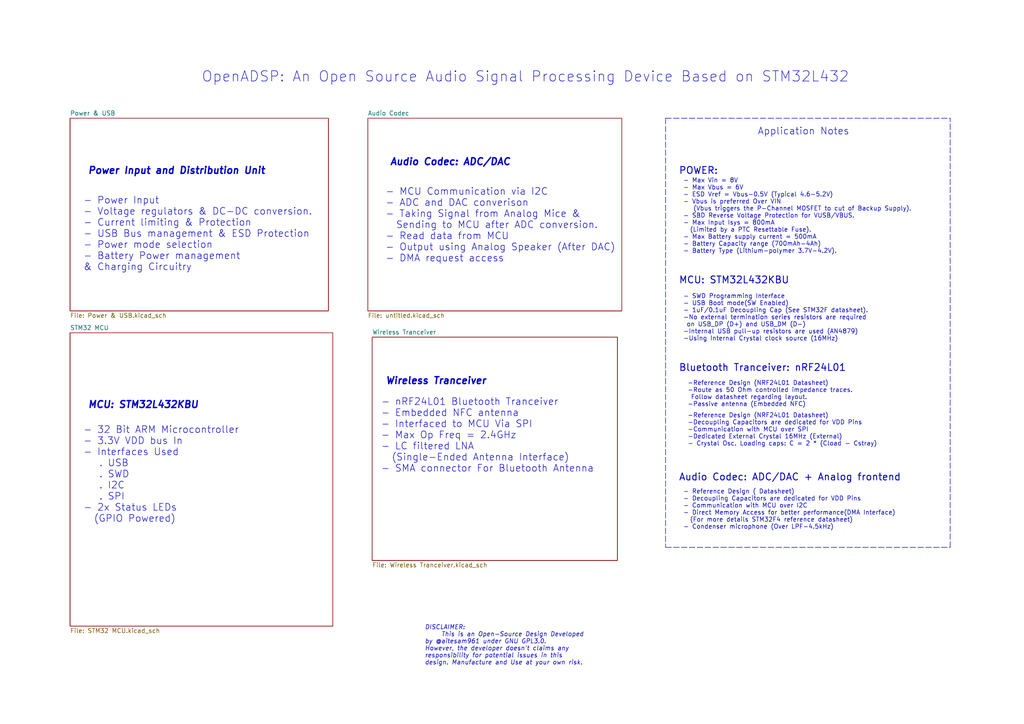
<source format=kicad_sch>
(kicad_sch (version 20211123) (generator eeschema)

  (uuid e63e39d7-6ac0-4ffd-8aa3-1841a4541b55)

  (paper "A4")

  (title_block
    (title "STM32 Audio Processing Kit")
    (date "2022-02-07")
    (rev "V1.0")
    (company "Muhammad Aitesam")
    (comment 1 "aitesam961")
  )

  (lib_symbols
  )


  (polyline (pts (xy 193.04 34.29) (xy 193.04 158.75))
    (stroke (width 0) (type default) (color 0 0 0 0))
    (uuid 162beeed-a414-4b8a-8e59-e0657739d10f)
  )
  (polyline (pts (xy 193.04 158.75) (xy 275.59 158.75))
    (stroke (width 0) (type default) (color 0 0 0 0))
    (uuid 2280f117-dd6b-47e6-8674-c9b423b5de62)
  )
  (polyline (pts (xy 193.04 34.29) (xy 275.59 34.29))
    (stroke (width 0) (type default) (color 0 0 0 0))
    (uuid 25364fdd-dfe2-4733-8d7d-ef6b6133d2fc)
  )
  (polyline (pts (xy 275.59 158.75) (xy 275.59 34.29))
    (stroke (width 0) (type default) (color 0 0 0 0))
    (uuid 39c079db-ede7-40c8-9a6f-4baacd06b419)
  )

  (text "OpenADSP: An Open Source Audio Signal Processing Device Based on STM32L432"
    (at 58.42 24.13 0)
    (effects (font (size 3 3)) (justify left bottom))
    (uuid 01c90aaf-079f-46a4-97dd-43c67d3e7fde)
  )
  (text "Audio Codec: ADC/DAC " (at 113.03 48.26 0)
    (effects (font (size 2 2) (thickness 0.4) bold italic) (justify left bottom))
    (uuid 1779ad34-50ba-486b-bec6-97f73330541a)
  )
  (text "MCU: STM32L432KBU\n" (at 196.85 82.55 0)
    (effects (font (size 2 2) (thickness 0.254) bold) (justify left bottom))
    (uuid 17937fdf-a0d0-4057-8fdc-2bc222c27c0e)
  )
  (text "- MCU Communication via I2C\n- ADC and DAC converison\n- Taking Signal from Analog Mice &\n  Sending to MCU after ADC conversion.\n- Read data from MCU\n- Output using Analog Speaker (After DAC)\n- DMA request access \n"
    (at 111.76 76.2 0)
    (effects (font (size 2 2)) (justify left bottom))
    (uuid 25019b4c-b838-4a29-8b2f-c3521bf2ac40)
  )
  (text "- nRF24L01 Bluetooth Tranceiver\n- Embedded NFC antenna \n- Interfaced to MCU Via SPI\n- Max Op Freq = 2.4GHz\n- LC filtered LNA \n  (Single-Ended Antenna Interface)\n- SMA connector For Bluetooth Antenna\n"
    (at 110.49 137.16 0)
    (effects (font (size 2 2)) (justify left bottom))
    (uuid 3873f708-0a4c-4711-b622-05b438f44678)
  )
  (text "MCU: STM32L432KBU \n\n" (at 25.4 121.92 0)
    (effects (font (size 2 2) (thickness 0.4) bold italic) (justify left bottom))
    (uuid 3c62d3b6-7c4a-4fb8-80e4-233438c45f29)
  )
  (text "POWER:" (at 196.85 50.8 0)
    (effects (font (size 2 2) (thickness 0.254) bold) (justify left bottom))
    (uuid 606bed62-2645-43b2-8746-701feb5d482c)
  )
  (text "- Reference Design ( Datasheet)\n- Decoupling Capacitors are dedicated for VDD Pins\n- Communication with MCU over I2C\n- Direct Memory Access for better performance(DMA Interface)\n  (For more details STM32F4 reference datasheet)\n- Condenser microphone (Over LPF-4.5kHz)\n"
    (at 198.12 153.67 0)
    (effects (font (size 1.27 1.27)) (justify left bottom))
    (uuid 73de999d-cdc3-4d25-803d-363f3e918253)
  )
  (text "- Power Input\n- Voltage regulators & DC-DC conversion.\n- Current limiting & Protection\n- USB Bus management & ESD Protection\n- Power mode selection\n- Battery Power management \n& Charging Circuitry\n"
    (at 24.13 78.74 0)
    (effects (font (size 2 2)) (justify left bottom))
    (uuid 857f1957-3033-46e6-93f9-3e08418b3698)
  )
  (text "-Reference Design (NRF24L01 Datasheet)\n-Decoupling Capacitors are dedicated for VDD Pins\n-Communication with MCU over SPI\n-Dedicated External Crystal 16MHz (External)\n- Crystal Osc. Loading caps: C = 2 * (Cload - Cstray)\n"
    (at 199.39 129.54 0)
    (effects (font (size 1.27 1.27)) (justify left bottom))
    (uuid 86d53959-90a3-4228-be5f-4d54f7ca188c)
  )
  (text "Power Input and Distribution Unit" (at 25.4 50.8 0)
    (effects (font (size 2 2) (thickness 0.4) bold italic) (justify left bottom))
    (uuid 8f344098-dba9-4794-94cc-0b865e6c733a)
  )
  (text "- 32 Bit ARM Microcontroller\n- 3.3V VDD bus In\n- Interfaces Used \n   . USB\n   . SWD\n   . I2C\n   . SPI\n- 2x Status LEDs\n  (GPIO Powered)\n\n"
    (at 24.13 154.94 0)
    (effects (font (size 2 2)) (justify left bottom))
    (uuid 93a0149b-5380-4420-a8f9-e39ee7260d66)
  )
  (text "Application Notes" (at 219.71 39.37 0)
    (effects (font (size 2 2)) (justify left bottom))
    (uuid ad9252bd-7356-4932-9ce0-5d2e20b827b5)
  )
  (text "- Max Vin = 8V\n- Max Vbus = 6V\n- ESD Vref = Vbus-0.5V (Typical 4.6-5.2V)\n- Vbus is preferred Over VIN \n   (Vbus triggers the P-Channel MOSFET to cut of Backup Supply).\n- SBD Reverse Voltage Protection for VUSB/VBUS.\n- Max Input Isys = 800mA \n  (Limited by a PTC Resettable Fuse).\n- Max Battery supply current = 500mA\n- Battery Capacity range (700mAh-4Ah)\n- Battery Type (Lithium-polymer 3.7V-4.2V).\n"
    (at 198.12 73.66 0)
    (effects (font (size 1.27 1.27)) (justify left bottom))
    (uuid b4169a8e-18b5-44ca-805a-3c8b3f7f3c21)
  )
  (text "Audio Codec: ADC/DAC + Analog frontend" (at 196.85 139.7 0)
    (effects (font (size 2 2) (thickness 0.254) bold) (justify left bottom))
    (uuid c4260a3d-9641-4ac1-bf82-e512d0cfe2ac)
  )
  (text "-Reference Design (NRF24L01 Datasheet)\n-Route as 50 Ohm controlled impedance traces.\n Follow datasheet regarding layout.\n-Passive antenna (Embedded NFC)\n"
    (at 199.39 118.11 0)
    (effects (font (size 1.27 1.27)) (justify left bottom))
    (uuid cb1e27e6-b6cb-4b53-abaa-1e2d9caf4065)
  )
  (text "Bluetooth Tranceiver: nRF24L01 " (at 196.85 107.95 0)
    (effects (font (size 2 2) (thickness 0.254) bold) (justify left bottom))
    (uuid cf3c5e39-aa1c-4ef4-8fc0-725e58354749)
  )
  (text "- SWD Programming Interface\n- USB Boot mode(SW Enabled)\n- 1uF/0.1uF Decoupling Cap (See STM32F datasheet).\n-No external termination series resistors are required\n on USB_DP (D+) and USB_DM (D-)\n-Internal USB pull-up resistors are used (AN4879)\n-Using Internal Crystal clock source (16MHz)"
    (at 198.12 99.06 0)
    (effects (font (size 1.27 1.27)) (justify left bottom))
    (uuid da6b5147-d382-4141-a26f-67accdf657a5)
  )
  (text "Wireless Tranceiver" (at 111.76 111.76 0)
    (effects (font (size 2 2) (thickness 0.4) bold italic) (justify left bottom))
    (uuid ec9a0036-c265-468b-b343-899f45f71c93)
  )
  (text "DISCLAIMER: \n	This is an Open-Source Design Developed \nby @aitesam961 under GNU GPL3.0.\nHowever, the developer doesn't claims any \nresponsibility for potential issues in this\ndesign. Manufacture and Use at your own risk."
    (at 123.19 193.04 0)
    (effects (font (size 1.27 1.27) italic) (justify left bottom))
    (uuid fe445233-a17d-43e0-9bdf-696380c43fe4)
  )

  (sheet (at 107.95 97.79) (size 71.12 64.77) (fields_autoplaced)
    (stroke (width 0.1524) (type solid) (color 0 0 0 0))
    (fill (color 0 0 0 0.0000))
    (uuid 1a555b9b-e017-4677-abfc-f1fd44472fdc)
    (property "Sheet name" "Wireless Tranceiver" (id 0) (at 107.95 97.0784 0)
      (effects (font (size 1.27 1.27)) (justify left bottom))
    )
    (property "Sheet file" "Wireless Tranceiver.kicad_sch" (id 1) (at 107.95 163.1446 0)
      (effects (font (size 1.27 1.27)) (justify left top))
    )
  )

  (sheet (at 20.32 34.29) (size 74.93 55.88) (fields_autoplaced)
    (stroke (width 0.1524) (type solid) (color 0 0 0 0))
    (fill (color 0 0 0 0.0000))
    (uuid 43b5ce91-7ccc-4390-95c7-9e6c2348b678)
    (property "Sheet name" "Power & USB" (id 0) (at 20.32 33.5784 0)
      (effects (font (size 1.27 1.27)) (justify left bottom))
    )
    (property "Sheet file" "Power & USB.kicad_sch" (id 1) (at 20.32 90.7546 0)
      (effects (font (size 1.27 1.27)) (justify left top))
    )
  )

  (sheet (at 106.68 34.29) (size 73.66 55.88) (fields_autoplaced)
    (stroke (width 0.1524) (type solid) (color 0 0 0 0))
    (fill (color 0 0 0 0.0000))
    (uuid bfb9b265-d1d9-4e27-8f0c-744790ca2d8c)
    (property "Sheet name" "Audio Codec" (id 0) (at 106.68 33.5784 0)
      (effects (font (size 1.27 1.27)) (justify left bottom))
    )
    (property "Sheet file" "untitled.kicad_sch" (id 1) (at 106.68 90.7546 0)
      (effects (font (size 1.27 1.27)) (justify left top))
    )
  )

  (sheet (at 20.32 96.52) (size 76.2 85.09) (fields_autoplaced)
    (stroke (width 0.1524) (type solid) (color 0 0 0 0))
    (fill (color 0 0 0 0.0000))
    (uuid d2ba6959-07ca-4a89-bbaf-58bb778ff793)
    (property "Sheet name" "STM32 MCU" (id 0) (at 20.32 95.8084 0)
      (effects (font (size 1.27 1.27)) (justify left bottom))
    )
    (property "Sheet file" "STM32 MCU.kicad_sch" (id 1) (at 20.32 182.1946 0)
      (effects (font (size 1.27 1.27)) (justify left top))
    )
  )

  (sheet_instances
    (path "/" (page "1"))
    (path "/43b5ce91-7ccc-4390-95c7-9e6c2348b678" (page "2"))
    (path "/d2ba6959-07ca-4a89-bbaf-58bb778ff793" (page "3"))
    (path "/1a555b9b-e017-4677-abfc-f1fd44472fdc" (page "4"))
    (path "/bfb9b265-d1d9-4e27-8f0c-744790ca2d8c" (page "5"))
  )

  (symbol_instances
    (path "/43b5ce91-7ccc-4390-95c7-9e6c2348b678/42bfb220-d2d7-4368-b169-8d098342f992"
      (reference "#PWR01") (unit 1) (value "GND") (footprint "")
    )
    (path "/43b5ce91-7ccc-4390-95c7-9e6c2348b678/c26c524c-774f-430b-bebe-f3f1ead3b12a"
      (reference "#PWR02") (unit 1) (value "GND") (footprint "")
    )
    (path "/43b5ce91-7ccc-4390-95c7-9e6c2348b678/806d2f3e-b9cc-4a3c-925b-2405b560655a"
      (reference "#PWR0101") (unit 1) (value "+5V") (footprint "")
    )
    (path "/43b5ce91-7ccc-4390-95c7-9e6c2348b678/66dc00c7-9c9f-429a-9534-2a4e62db85cf"
      (reference "#PWR0102") (unit 1) (value "GND") (footprint "")
    )
    (path "/43b5ce91-7ccc-4390-95c7-9e6c2348b678/b0f09a5d-f352-4898-aeba-28f5d3a95efb"
      (reference "#PWR0103") (unit 1) (value "+5V") (footprint "")
    )
    (path "/43b5ce91-7ccc-4390-95c7-9e6c2348b678/a64b806f-e7b1-4d01-b42d-8bf0069ed182"
      (reference "#PWR0104") (unit 1) (value "+3V3") (footprint "")
    )
    (path "/43b5ce91-7ccc-4390-95c7-9e6c2348b678/fcf997dd-0969-4a16-972d-3b5e668c78f3"
      (reference "#PWR0105") (unit 1) (value "GND") (footprint "")
    )
    (path "/43b5ce91-7ccc-4390-95c7-9e6c2348b678/98b569d6-4ab2-49f5-9202-c3ddac338e30"
      (reference "#PWR0106") (unit 1) (value "GND") (footprint "")
    )
    (path "/43b5ce91-7ccc-4390-95c7-9e6c2348b678/ab453218-f886-40e9-82fe-ca14dc476360"
      (reference "#PWR0107") (unit 1) (value "GND") (footprint "")
    )
    (path "/43b5ce91-7ccc-4390-95c7-9e6c2348b678/adc6a2d7-20a6-4c47-a75f-40b8855756a1"
      (reference "#PWR0108") (unit 1) (value "+5V") (footprint "")
    )
    (path "/43b5ce91-7ccc-4390-95c7-9e6c2348b678/357daace-1464-4761-9da6-a2040869ac1c"
      (reference "#PWR0109") (unit 1) (value "GND") (footprint "")
    )
    (path "/43b5ce91-7ccc-4390-95c7-9e6c2348b678/9b459e3d-f010-41c3-9ff8-8a74d0245bf1"
      (reference "#PWR0110") (unit 1) (value "GND") (footprint "")
    )
    (path "/43b5ce91-7ccc-4390-95c7-9e6c2348b678/fcc45d0a-916d-44e2-8c4f-076c671bf856"
      (reference "#PWR0111") (unit 1) (value "VBUS") (footprint "")
    )
    (path "/43b5ce91-7ccc-4390-95c7-9e6c2348b678/04a0fa65-5cb1-4372-8236-f478c9ba3877"
      (reference "#PWR0112") (unit 1) (value "GND") (footprint "")
    )
    (path "/43b5ce91-7ccc-4390-95c7-9e6c2348b678/5e6eea7d-5c06-494c-91ce-420d263a22fa"
      (reference "#PWR0113") (unit 1) (value "GND") (footprint "")
    )
    (path "/43b5ce91-7ccc-4390-95c7-9e6c2348b678/e41a266c-d34e-4499-8895-0b214b372893"
      (reference "#PWR0114") (unit 1) (value "GND") (footprint "")
    )
    (path "/43b5ce91-7ccc-4390-95c7-9e6c2348b678/bf3a56b0-b529-48fb-b17e-eefbfe0fcc14"
      (reference "#PWR0115") (unit 1) (value "+5V") (footprint "")
    )
    (path "/43b5ce91-7ccc-4390-95c7-9e6c2348b678/f052ef8b-9b9f-452d-8410-bca0edd6f064"
      (reference "#PWR0116") (unit 1) (value "VBUS") (footprint "")
    )
    (path "/43b5ce91-7ccc-4390-95c7-9e6c2348b678/9d0d78f8-74b2-4a66-8b6f-f7f20921ffa9"
      (reference "#PWR0117") (unit 1) (value "GND") (footprint "")
    )
    (path "/43b5ce91-7ccc-4390-95c7-9e6c2348b678/86e5000e-6582-46ba-805d-07c72753f4fd"
      (reference "#PWR0118") (unit 1) (value "+BATT") (footprint "")
    )
    (path "/d2ba6959-07ca-4a89-bbaf-58bb778ff793/da77c0ec-fd8c-44ae-ba62-5b1ee4875350"
      (reference "#PWR0119") (unit 1) (value "GND") (footprint "")
    )
    (path "/d2ba6959-07ca-4a89-bbaf-58bb778ff793/6cdc3091-323a-4117-ba74-f4201bbee2f7"
      (reference "#PWR0120") (unit 1) (value "GND") (footprint "")
    )
    (path "/d2ba6959-07ca-4a89-bbaf-58bb778ff793/d8de3375-5cf4-4aba-b1bf-0e14a3269da7"
      (reference "#PWR0121") (unit 1) (value "+3V3") (footprint "")
    )
    (path "/d2ba6959-07ca-4a89-bbaf-58bb778ff793/7a2f3a45-d05a-4298-80d8-127a81c6bf78"
      (reference "#PWR0122") (unit 1) (value "GND") (footprint "")
    )
    (path "/d2ba6959-07ca-4a89-bbaf-58bb778ff793/f1ba642b-5d91-4f1f-8ef9-1df61a86b03f"
      (reference "#PWR0123") (unit 1) (value "+3V3") (footprint "")
    )
    (path "/d2ba6959-07ca-4a89-bbaf-58bb778ff793/e067d68c-3b92-42cc-8675-6996d0d3ca5c"
      (reference "#PWR0124") (unit 1) (value "GND") (footprint "")
    )
    (path "/d2ba6959-07ca-4a89-bbaf-58bb778ff793/805705bb-0a46-443f-9a5c-8b49681fb184"
      (reference "#PWR0125") (unit 1) (value "GND") (footprint "")
    )
    (path "/d2ba6959-07ca-4a89-bbaf-58bb778ff793/62ea0bf3-c0ea-4a36-8529-0ef69dcb5d63"
      (reference "#PWR0126") (unit 1) (value "GND") (footprint "")
    )
    (path "/d2ba6959-07ca-4a89-bbaf-58bb778ff793/9dddce96-c1d8-41b6-a48d-5294ab457c28"
      (reference "#PWR0127") (unit 1) (value "GND") (footprint "")
    )
    (path "/d2ba6959-07ca-4a89-bbaf-58bb778ff793/d4967110-a404-4ff2-aace-a2e30cdeef34"
      (reference "#PWR0128") (unit 1) (value "+3V3") (footprint "")
    )
    (path "/1a555b9b-e017-4677-abfc-f1fd44472fdc/363908cd-e250-4269-9cb0-962ff855eab3"
      (reference "#PWR0129") (unit 1) (value "GND") (footprint "")
    )
    (path "/1a555b9b-e017-4677-abfc-f1fd44472fdc/1fe27eef-a9b2-401c-b284-410ae75455a9"
      (reference "#PWR0130") (unit 1) (value "GND") (footprint "")
    )
    (path "/1a555b9b-e017-4677-abfc-f1fd44472fdc/4ca67d9e-7fa3-4cef-a221-0a07643c4bb2"
      (reference "#PWR0131") (unit 1) (value "+3V3") (footprint "")
    )
    (path "/1a555b9b-e017-4677-abfc-f1fd44472fdc/4246a790-d458-4ccd-9781-5dde7e29b9cb"
      (reference "#PWR0132") (unit 1) (value "GND") (footprint "")
    )
    (path "/1a555b9b-e017-4677-abfc-f1fd44472fdc/97385159-17c9-439c-8583-064c3625c53f"
      (reference "#PWR0133") (unit 1) (value "+3V3") (footprint "")
    )
    (path "/1a555b9b-e017-4677-abfc-f1fd44472fdc/a91fe582-3407-484e-83fc-4545bc4b9f3a"
      (reference "#PWR0134") (unit 1) (value "GND") (footprint "")
    )
    (path "/1a555b9b-e017-4677-abfc-f1fd44472fdc/b07125b8-95bc-4c9b-b52f-325221b40475"
      (reference "#PWR0135") (unit 1) (value "GND") (footprint "")
    )
    (path "/1a555b9b-e017-4677-abfc-f1fd44472fdc/9965bab4-fa5e-4b0b-b583-c21332096f93"
      (reference "#PWR0136") (unit 1) (value "GND") (footprint "")
    )
    (path "/1a555b9b-e017-4677-abfc-f1fd44472fdc/d5fb07dc-ca17-4fef-afa5-20fbfc2b96ca"
      (reference "#PWR0137") (unit 1) (value "GND") (footprint "")
    )
    (path "/1a555b9b-e017-4677-abfc-f1fd44472fdc/f02ba777-84de-4939-bbbd-64ff1bbaba45"
      (reference "#PWR0138") (unit 1) (value "GND") (footprint "")
    )
    (path "/1a555b9b-e017-4677-abfc-f1fd44472fdc/a0f3d19e-b4ed-4df6-a7aa-83d660c52d6c"
      (reference "#PWR0139") (unit 1) (value "GND") (footprint "")
    )
    (path "/bfb9b265-d1d9-4e27-8f0c-744790ca2d8c/3ab18fba-8cdd-4033-960e-74d6f1868829"
      (reference "#PWR0140") (unit 1) (value "GND") (footprint "")
    )
    (path "/bfb9b265-d1d9-4e27-8f0c-744790ca2d8c/9d7d814b-c5bd-4b64-90ff-5fc263abfed7"
      (reference "#PWR0141") (unit 1) (value "GND") (footprint "")
    )
    (path "/bfb9b265-d1d9-4e27-8f0c-744790ca2d8c/368c4cf7-7939-458d-b82f-2083d0b4c156"
      (reference "#PWR0142") (unit 1) (value "+3V3") (footprint "")
    )
    (path "/bfb9b265-d1d9-4e27-8f0c-744790ca2d8c/dcf6e7bf-8e8f-4545-9939-081d37739a11"
      (reference "#PWR0143") (unit 1) (value "GND") (footprint "")
    )
    (path "/bfb9b265-d1d9-4e27-8f0c-744790ca2d8c/9d5c0e9a-4473-4ae0-9a8f-13eede590d65"
      (reference "#PWR0144") (unit 1) (value "+3V3") (footprint "")
    )
    (path "/bfb9b265-d1d9-4e27-8f0c-744790ca2d8c/9b5e3a53-5d36-4272-9aae-3bf439286d77"
      (reference "#PWR0145") (unit 1) (value "+1V8") (footprint "")
    )
    (path "/bfb9b265-d1d9-4e27-8f0c-744790ca2d8c/e8f07276-cf30-4a80-81b9-9119ac5c8ec9"
      (reference "#PWR0146") (unit 1) (value "+3V3") (footprint "")
    )
    (path "/bfb9b265-d1d9-4e27-8f0c-744790ca2d8c/18443891-909d-4387-a4db-5e834c6aa25b"
      (reference "#PWR0147") (unit 1) (value "+3V3") (footprint "")
    )
    (path "/bfb9b265-d1d9-4e27-8f0c-744790ca2d8c/caf66a38-a604-424e-b640-ffb5da1fc4dd"
      (reference "#PWR0148") (unit 1) (value "GND") (footprint "")
    )
    (path "/bfb9b265-d1d9-4e27-8f0c-744790ca2d8c/352808f5-50a5-4ecd-97d0-c498f1e03f47"
      (reference "#PWR0149") (unit 1) (value "GND") (footprint "")
    )
    (path "/bfb9b265-d1d9-4e27-8f0c-744790ca2d8c/9d59e5ba-7c76-4281-98bb-ffbdf530031d"
      (reference "#PWR0150") (unit 1) (value "+3V3") (footprint "")
    )
    (path "/bfb9b265-d1d9-4e27-8f0c-744790ca2d8c/59909a53-9135-4540-a228-90c4b00c42b1"
      (reference "#PWR0151") (unit 1) (value "+3V3") (footprint "")
    )
    (path "/bfb9b265-d1d9-4e27-8f0c-744790ca2d8c/f3af10ec-8988-436b-9707-d3ffd87d5ce9"
      (reference "#PWR0152") (unit 1) (value "+1V8") (footprint "")
    )
    (path "/bfb9b265-d1d9-4e27-8f0c-744790ca2d8c/3e632f72-cbe3-4752-b0cd-69a2f20effd6"
      (reference "#PWR0153") (unit 1) (value "GND") (footprint "")
    )
    (path "/bfb9b265-d1d9-4e27-8f0c-744790ca2d8c/eccaec05-22ee-4016-805b-8cd58eddb104"
      (reference "#PWR0154") (unit 1) (value "+5V") (footprint "")
    )
    (path "/bfb9b265-d1d9-4e27-8f0c-744790ca2d8c/07cdc3ad-40ba-4ef5-b33f-0959c15c4562"
      (reference "#PWR0156") (unit 1) (value "+5V") (footprint "")
    )
    (path "/bfb9b265-d1d9-4e27-8f0c-744790ca2d8c/26ea6b3e-e652-487a-a53a-c3d1445c03c5"
      (reference "#PWR0157") (unit 1) (value "+3V3") (footprint "")
    )
    (path "/bfb9b265-d1d9-4e27-8f0c-744790ca2d8c/ffe7be58-9be2-4dc5-9d38-220f95bd650f"
      (reference "#PWR0158") (unit 1) (value "GND") (footprint "")
    )
    (path "/bfb9b265-d1d9-4e27-8f0c-744790ca2d8c/a8dea0e0-cc45-4336-8a1a-b7c3c9cf49aa"
      (reference "#PWR0160") (unit 1) (value "GND") (footprint "")
    )
    (path "/43b5ce91-7ccc-4390-95c7-9e6c2348b678/d31bea38-c320-4070-923e-cbed5742993b"
      (reference "#PWR0161") (unit 1) (value "GND") (footprint "")
    )
    (path "/43b5ce91-7ccc-4390-95c7-9e6c2348b678/8468cf00-182f-4a92-95ca-9ec3ef906009"
      (reference "#PWR0162") (unit 1) (value "+BATT") (footprint "")
    )
    (path "/43b5ce91-7ccc-4390-95c7-9e6c2348b678/6331d746-d3b6-4be0-8f19-41ae837fd214"
      (reference "#PWR0163") (unit 1) (value "GND") (footprint "")
    )
    (path "/43b5ce91-7ccc-4390-95c7-9e6c2348b678/6f436517-a49f-4e9f-9d17-2f3cc375ebba"
      (reference "#PWR0164") (unit 1) (value "+1V8") (footprint "")
    )
    (path "/43b5ce91-7ccc-4390-95c7-9e6c2348b678/91f55338-725d-4959-9660-dc6dcc622c14"
      (reference "#PWR0165") (unit 1) (value "GND") (footprint "")
    )
    (path "/43b5ce91-7ccc-4390-95c7-9e6c2348b678/b9e701c8-79e2-4bfe-b4c9-72e53a6e81ab"
      (reference "#PWR0166") (unit 1) (value "+5V") (footprint "")
    )
    (path "/43b5ce91-7ccc-4390-95c7-9e6c2348b678/d0c4585b-392a-43a3-8830-2b5795c34929"
      (reference "#PWR0167") (unit 1) (value "+5V") (footprint "")
    )
    (path "/43b5ce91-7ccc-4390-95c7-9e6c2348b678/7dfa0059-0c31-40ae-9978-f72fa64021d9"
      (reference "#PWR0168") (unit 1) (value "GND") (footprint "")
    )
    (path "/43b5ce91-7ccc-4390-95c7-9e6c2348b678/7dcd8396-4a56-40bc-8f60-880e27969ba7"
      (reference "#PWR0169") (unit 1) (value "GND") (footprint "")
    )
    (path "/43b5ce91-7ccc-4390-95c7-9e6c2348b678/493b2804-403a-4cb2-aa7b-040293e72c0c"
      (reference "#PWR0170") (unit 1) (value "GND") (footprint "")
    )
    (path "/43b5ce91-7ccc-4390-95c7-9e6c2348b678/db6ff818-2773-4d38-88fc-acd9acb0468a"
      (reference "#PWR0171") (unit 1) (value "GND") (footprint "")
    )
    (path "/d2ba6959-07ca-4a89-bbaf-58bb778ff793/c5316c8c-b5b0-41ef-914b-bbd5061ede3d"
      (reference "#PWR0172") (unit 1) (value "+3V3") (footprint "")
    )
    (path "/d2ba6959-07ca-4a89-bbaf-58bb778ff793/f82a9477-6141-46ef-bb13-f353d260fc15"
      (reference "#PWR0173") (unit 1) (value "+3V3") (footprint "")
    )
    (path "/43b5ce91-7ccc-4390-95c7-9e6c2348b678/67d9b56a-83cf-4a23-b9f8-446d0fb056cb"
      (reference "BAT1") (unit 1) (value "Conn_01x02_Male") (footprint "Connector_PinHeader_2.54mm:PinHeader_1x02_P2.54mm_Vertical")
    )
    (path "/43b5ce91-7ccc-4390-95c7-9e6c2348b678/6c0d2273-bab6-4c61-9fbd-7b0a1000af9f"
      (reference "C1") (unit 1) (value "C_Polarized") (footprint "Capacitor_Tantalum_SMD:CP_EIA-3528-12_Kemet-T")
    )
    (path "/43b5ce91-7ccc-4390-95c7-9e6c2348b678/dee90e17-b13a-4a56-bba8-c4ba10c922e5"
      (reference "C2") (unit 1) (value "10u") (footprint "Capacitor_SMD:C_0603_1608Metric")
    )
    (path "/43b5ce91-7ccc-4390-95c7-9e6c2348b678/a9596980-f82c-4478-9905-45577544a374"
      (reference "C3") (unit 1) (value "10u") (footprint "Capacitor_SMD:C_0603_1608Metric")
    )
    (path "/43b5ce91-7ccc-4390-95c7-9e6c2348b678/cc140807-d21d-4be8-994c-c709542f55fa"
      (reference "C4") (unit 1) (value "10u") (footprint "Capacitor_SMD:C_0603_1608Metric")
    )
    (path "/43b5ce91-7ccc-4390-95c7-9e6c2348b678/8536e763-e6a6-4e46-994d-fb93ee7af355"
      (reference "C5") (unit 1) (value "10u") (footprint "Capacitor_SMD:C_0603_1608Metric")
    )
    (path "/d2ba6959-07ca-4a89-bbaf-58bb778ff793/6b98a26d-0e95-427b-baa5-323dc5e978c5"
      (reference "C6") (unit 1) (value "1u") (footprint "Capacitor_SMD:C_0402_1005Metric")
    )
    (path "/d2ba6959-07ca-4a89-bbaf-58bb778ff793/08e9ef43-e847-4154-b13c-f034bb7759eb"
      (reference "C7") (unit 1) (value "100n") (footprint "Capacitor_SMD:C_0402_1005Metric")
    )
    (path "/d2ba6959-07ca-4a89-bbaf-58bb778ff793/49cffabe-0bfa-4a53-aa91-d306cbc55fdb"
      (reference "C8") (unit 1) (value "100n") (footprint "Capacitor_SMD:C_0402_1005Metric")
    )
    (path "/d2ba6959-07ca-4a89-bbaf-58bb778ff793/efb35515-b1e2-459a-860b-10396ad962af"
      (reference "C9") (unit 1) (value "100n") (footprint "Capacitor_SMD:C_0402_1005Metric")
    )
    (path "/d2ba6959-07ca-4a89-bbaf-58bb778ff793/66a10b7f-38b7-48ac-b022-94bd47abd2d3"
      (reference "C10") (unit 1) (value "100n") (footprint "Capacitor_SMD:C_0402_1005Metric")
    )
    (path "/1a555b9b-e017-4677-abfc-f1fd44472fdc/c2a51178-30b9-40df-9b0d-872c4ca1ff70"
      (reference "C11") (unit 1) (value "10u") (footprint "Capacitor_SMD:C_0603_1608Metric")
    )
    (path "/1a555b9b-e017-4677-abfc-f1fd44472fdc/4b242195-0db5-43dc-89d2-3ee34f6f0328"
      (reference "C12") (unit 1) (value "10n") (footprint "Capacitor_SMD:C_0402_1005Metric")
    )
    (path "/1a555b9b-e017-4677-abfc-f1fd44472fdc/b0477f89-dbca-44c4-b8a1-eef1eb357aa1"
      (reference "C13") (unit 1) (value "33n") (footprint "Capacitor_SMD:C_0402_1005Metric")
    )
    (path "/1a555b9b-e017-4677-abfc-f1fd44472fdc/2fba54ea-7a78-4b62-85f1-1933d4415ac4"
      (reference "C14") (unit 1) (value "10n") (footprint "Capacitor_SMD:C_0402_1005Metric")
    )
    (path "/1a555b9b-e017-4677-abfc-f1fd44472fdc/498374b7-8ee0-43e2-86ca-0cdc36f35d37"
      (reference "C15") (unit 1) (value "12p") (footprint "Capacitor_SMD:C_0402_1005Metric")
    )
    (path "/1a555b9b-e017-4677-abfc-f1fd44472fdc/6bca8fea-192f-47a1-80b5-79dcf9044719"
      (reference "C16") (unit 1) (value "10n") (footprint "Capacitor_SMD:C_0402_1005Metric")
    )
    (path "/1a555b9b-e017-4677-abfc-f1fd44472fdc/b8a82bfe-81f3-43f2-90e0-b757de32cbc6"
      (reference "C17") (unit 1) (value "12p") (footprint "Capacitor_SMD:C_0402_1005Metric")
    )
    (path "/1a555b9b-e017-4677-abfc-f1fd44472fdc/8240fb39-4d99-4836-b65e-65e7f858aa9c"
      (reference "C18") (unit 1) (value "2n2") (footprint "Capacitor_SMD:C_0402_1005Metric")
    )
    (path "/1a555b9b-e017-4677-abfc-f1fd44472fdc/dd266804-5f1f-49df-a84f-02f4b992c365"
      (reference "C19") (unit 1) (value "4p7") (footprint "Capacitor_SMD:C_0402_1005Metric")
    )
    (path "/1a555b9b-e017-4677-abfc-f1fd44472fdc/f3b4ff66-fa53-4719-92b7-7965c886218c"
      (reference "C20") (unit 1) (value "1p5") (footprint "Capacitor_SMD:C_0402_1005Metric")
    )
    (path "/1a555b9b-e017-4677-abfc-f1fd44472fdc/b8249a20-f47b-44f4-9e81-8fa6add6689c"
      (reference "C21") (unit 1) (value "1p") (footprint "Capacitor_SMD:C_0402_1005Metric")
    )
    (path "/bfb9b265-d1d9-4e27-8f0c-744790ca2d8c/93d555a7-25e9-433d-9ad0-8eba3c4c041f"
      (reference "C22") (unit 1) (value "10u") (footprint "Capacitor_SMD:C_0402_1005Metric")
    )
    (path "/bfb9b265-d1d9-4e27-8f0c-744790ca2d8c/1ee3d08b-5e97-4ce8-b412-2bbe0821003f"
      (reference "C23") (unit 1) (value "100n") (footprint "Capacitor_SMD:C_0402_1005Metric")
    )
    (path "/bfb9b265-d1d9-4e27-8f0c-744790ca2d8c/d55187c9-a467-4bc6-bf4d-6f4bfff9dfc2"
      (reference "C24") (unit 1) (value "10u") (footprint "Capacitor_SMD:C_0402_1005Metric")
    )
    (path "/bfb9b265-d1d9-4e27-8f0c-744790ca2d8c/43911a6b-a25a-493c-bc28-fc21d2fe7484"
      (reference "C25") (unit 1) (value "100n") (footprint "Capacitor_SMD:C_0402_1005Metric")
    )
    (path "/bfb9b265-d1d9-4e27-8f0c-744790ca2d8c/85119314-9bcb-4696-9405-6ab5943a42ca"
      (reference "C26") (unit 1) (value "10u") (footprint "Capacitor_SMD:C_0402_1005Metric")
    )
    (path "/bfb9b265-d1d9-4e27-8f0c-744790ca2d8c/ecb5b985-f3f9-4ac8-a6a5-ebcabc07ded8"
      (reference "C27") (unit 1) (value "100n") (footprint "Capacitor_SMD:C_0402_1005Metric")
    )
    (path "/bfb9b265-d1d9-4e27-8f0c-744790ca2d8c/8dfb176e-8a77-466c-8882-5d9289cd4105"
      (reference "C28") (unit 1) (value "10u") (footprint "Capacitor_SMD:C_0402_1005Metric")
    )
    (path "/bfb9b265-d1d9-4e27-8f0c-744790ca2d8c/fb2eeaea-4e67-4e1b-9b23-6261663125d9"
      (reference "C29") (unit 1) (value "100n") (footprint "Capacitor_SMD:C_0402_1005Metric")
    )
    (path "/bfb9b265-d1d9-4e27-8f0c-744790ca2d8c/5aa6c8b6-d613-4cde-9b43-7aca1a7361c9"
      (reference "C30") (unit 1) (value "100n") (footprint "Capacitor_SMD:C_0402_1005Metric")
    )
    (path "/bfb9b265-d1d9-4e27-8f0c-744790ca2d8c/1ac7fa0d-58d2-4538-b7f1-a94669f2832e"
      (reference "C31") (unit 1) (value "4.7u") (footprint "Capacitor_SMD:C_0402_1005Metric")
    )
    (path "/bfb9b265-d1d9-4e27-8f0c-744790ca2d8c/f71903c6-bbf5-48d1-8320-fa24999dfa6b"
      (reference "C32") (unit 1) (value "22u") (footprint "Capacitor_SMD:C_0402_1005Metric")
    )
    (path "/bfb9b265-d1d9-4e27-8f0c-744790ca2d8c/9acf8d35-901e-48be-bfd6-d37d5e855028"
      (reference "C34") (unit 1) (value "100n") (footprint "Capacitor_SMD:C_0402_1005Metric")
    )
    (path "/43b5ce91-7ccc-4390-95c7-9e6c2348b678/6600e212-2a4f-455a-b6c8-ff91ca8361d8"
      (reference "C36") (unit 1) (value "10u") (footprint "Capacitor_SMD:C_0603_1608Metric")
    )
    (path "/43b5ce91-7ccc-4390-95c7-9e6c2348b678/0690ebda-31ae-44c6-a076-f76c9a9da0b4"
      (reference "C37") (unit 1) (value "10u") (footprint "Capacitor_SMD:C_0603_1608Metric")
    )
    (path "/43b5ce91-7ccc-4390-95c7-9e6c2348b678/c965f39c-0b8a-42fe-ac29-c9b160f4bf54"
      (reference "C38") (unit 1) (value "10u") (footprint "Capacitor_SMD:C_0603_1608Metric")
    )
    (path "/43b5ce91-7ccc-4390-95c7-9e6c2348b678/619e8c37-81d5-45e2-9351-bdb261b1c2eb"
      (reference "C39") (unit 1) (value "10u") (footprint "Capacitor_SMD:C_0603_1608Metric")
    )
    (path "/43b5ce91-7ccc-4390-95c7-9e6c2348b678/a6a5527c-7c16-4529-ade5-bb783d426de0"
      (reference "D1") (unit 1) (value "D_Schottky") (footprint "Diode_SMD:D_0603_1608Metric")
    )
    (path "/43b5ce91-7ccc-4390-95c7-9e6c2348b678/8fbc6b40-d27b-4bcb-9c4a-51d08484b601"
      (reference "D2") (unit 1) (value "BAT54C") (footprint "Package_TO_SOT_SMD:SOT-23")
    )
    (path "/d2ba6959-07ca-4a89-bbaf-58bb778ff793/f104794d-0720-4164-a789-56e7e076c3ad"
      (reference "D3") (unit 1) (value "GR") (footprint "LED_SMD:LED_0603_1608Metric")
    )
    (path "/d2ba6959-07ca-4a89-bbaf-58bb778ff793/48f15531-a3ce-4b7d-8285-1d360317b535"
      (reference "D4") (unit 1) (value "YE") (footprint "LED_SMD:LED_0603_1608Metric")
    )
    (path "/43b5ce91-7ccc-4390-95c7-9e6c2348b678/27ba751e-de20-4a06-9951-2769caffe7bd"
      (reference "F1") (unit 1) (value "800mA") (footprint "Fuse:Fuse_0603_1608Metric")
    )
    (path "/43b5ce91-7ccc-4390-95c7-9e6c2348b678/354a5480-67fd-4996-bf04-ed7da4cfc635"
      (reference "FID1") (unit 1) (value "Fiducial") (footprint "Fiducial:Fiducial_0.75mm_Mask1.5mm")
    )
    (path "/43b5ce91-7ccc-4390-95c7-9e6c2348b678/4b2584c9-ab65-41c1-b55f-e357a8baf7fc"
      (reference "FID2") (unit 1) (value "Fiducial") (footprint "Fiducial:Fiducial_0.75mm_Mask1.5mm")
    )
    (path "/43b5ce91-7ccc-4390-95c7-9e6c2348b678/ecf33148-89dc-455c-9569-25a938c0e615"
      (reference "H1") (unit 1) (value "MountingHole_Pad") (footprint "MountingHole:MountingHole_2.5mm_Pad_Via")
    )
    (path "/43b5ce91-7ccc-4390-95c7-9e6c2348b678/3c1998a4-bc76-4c93-b78e-8e3758272ae8"
      (reference "H2") (unit 1) (value "MountingHole_Pad") (footprint "MountingHole:MountingHole_2.5mm_Pad_Via")
    )
    (path "/43b5ce91-7ccc-4390-95c7-9e6c2348b678/febd4eea-004c-46cb-8787-ab82ab1e2efc"
      (reference "H3") (unit 1) (value "MountingHole_Pad") (footprint "MountingHole:MountingHole_2.5mm_Pad_Via")
    )
    (path "/43b5ce91-7ccc-4390-95c7-9e6c2348b678/723e6b44-916b-493a-b9fe-8ede6a00a211"
      (reference "H4") (unit 1) (value "MountingHole_Pad") (footprint "MountingHole:MountingHole_2.5mm_Pad_Via")
    )
    (path "/43b5ce91-7ccc-4390-95c7-9e6c2348b678/04e5ed20-10ab-4c0c-b35a-759231b94729"
      (reference "J1") (unit 1) (value "USB_B_Micro") (footprint "Connector_USB:USB_Micro-B_Wuerth_629105150521")
    )
    (path "/1a555b9b-e017-4677-abfc-f1fd44472fdc/7d570ceb-47c4-45bc-ab33-cb2159d9315c"
      (reference "J5") (unit 1) (value "SMA") (footprint "Connector_Coaxial:SMA_Samtec_SMA-J-P-X-ST-EM1_EdgeMount")
    )
    (path "/1a555b9b-e017-4677-abfc-f1fd44472fdc/05188a69-748b-4e97-8da9-86a32a42a410"
      (reference "L1") (unit 1) (value "8n2") (footprint "Inductor_SMD:L_0402_1005Metric")
    )
    (path "/1a555b9b-e017-4677-abfc-f1fd44472fdc/c50d93e7-7f4f-412c-b162-81d83f0a9dcf"
      (reference "L2") (unit 1) (value "3n9") (footprint "Inductor_SMD:L_0402_1005Metric")
    )
    (path "/1a555b9b-e017-4677-abfc-f1fd44472fdc/c599b12b-09cf-4ead-8fe5-b55c8c558da7"
      (reference "L3") (unit 1) (value "2n7") (footprint "Inductor_SMD:L_0402_1005Metric")
    )
    (path "/bfb9b265-d1d9-4e27-8f0c-744790ca2d8c/567606fe-1267-433e-9687-ff91aa8c0a80"
      (reference "MIC1") (unit 1) (value "CMA-4544PF-W") (footprint "digikey-footprints:Mic_CMA-4544PF-W")
    )
    (path "/43b5ce91-7ccc-4390-95c7-9e6c2348b678/7b2b9327-29fe-4b4d-89c2-22b9437fb4c3"
      (reference "PWR1") (unit 1) (value "Conn_01x02_Male") (footprint "Connector_PinHeader_2.54mm:PinHeader_1x02_P2.54mm_Vertical")
    )
    (path "/43b5ce91-7ccc-4390-95c7-9e6c2348b678/155b1b11-e3dc-414f-9242-d9c4f6e548b1"
      (reference "Q1") (unit 1) (value "AO3401A") (footprint "Package_TO_SOT_SMD:SOT-23")
    )
    (path "/43b5ce91-7ccc-4390-95c7-9e6c2348b678/2ff73866-5a99-4ae1-8538-4445670d6491"
      (reference "Q2") (unit 1) (value "AO3401A") (footprint "Package_TO_SOT_SMD:SOT-23")
    )
    (path "/d2ba6959-07ca-4a89-bbaf-58bb778ff793/c86c405d-37eb-4d8d-b89f-04a96c7c7204"
      (reference "R1") (unit 1) (value "10k") (footprint "Resistor_SMD:R_0402_1005Metric")
    )
    (path "/d2ba6959-07ca-4a89-bbaf-58bb778ff793/d43f9cad-6ee6-45c0-9539-490be24bba07"
      (reference "R2") (unit 1) (value "2k2") (footprint "Resistor_SMD:R_0603_1608Metric")
    )
    (path "/d2ba6959-07ca-4a89-bbaf-58bb778ff793/1adc43a3-6f53-428b-87b3-97e3d7772cc7"
      (reference "R3") (unit 1) (value "2k2") (footprint "Resistor_SMD:R_0603_1608Metric")
    )
    (path "/1a555b9b-e017-4677-abfc-f1fd44472fdc/e1e4c3da-ab97-4f10-850b-09ed26103834"
      (reference "R4") (unit 1) (value "22k") (footprint "Resistor_SMD:R_0402_1005Metric")
    )
    (path "/1a555b9b-e017-4677-abfc-f1fd44472fdc/be24c626-3811-4c39-bf9d-0358a9c364e0"
      (reference "R5") (unit 1) (value "1M") (footprint "Resistor_SMD:R_0402_1005Metric")
    )
    (path "/bfb9b265-d1d9-4e27-8f0c-744790ca2d8c/a69b4653-af3c-4889-bdb1-f896f1004d93"
      (reference "R6") (unit 1) (value "10k") (footprint "Resistor_SMD:R_0402_1005Metric")
    )
    (path "/bfb9b265-d1d9-4e27-8f0c-744790ca2d8c/a64c6f8b-d356-42e7-9729-63798e7e53fc"
      (reference "R7") (unit 1) (value "330") (footprint "Resistor_SMD:R_0402_1005Metric")
    )
    (path "/bfb9b265-d1d9-4e27-8f0c-744790ca2d8c/c2712b66-2f31-4031-8cab-b6b0c5336d74"
      (reference "R8") (unit 1) (value "5.1k") (footprint "Resistor_SMD:R_0402_1005Metric")
    )
    (path "/43b5ce91-7ccc-4390-95c7-9e6c2348b678/6e0a5e0c-fe95-4f96-a7d3-ae4f8b21eb7d"
      (reference "R9") (unit 1) (value "330") (footprint "Resistor_SMD:R_0402_1005Metric")
    )
    (path "/43b5ce91-7ccc-4390-95c7-9e6c2348b678/47f46c42-8f02-4c84-b381-cbe146ebc196"
      (reference "R10") (unit 1) (value "330") (footprint "Resistor_SMD:R_0402_1005Metric")
    )
    (path "/d2ba6959-07ca-4a89-bbaf-58bb778ff793/67737d55-e280-4f1a-a851-5c885f7ed7b2"
      (reference "R11") (unit 1) (value "2k2") (footprint "Resistor_SMD:R_0402_1005Metric")
    )
    (path "/d2ba6959-07ca-4a89-bbaf-58bb778ff793/f305d733-e072-4fd8-919d-6bcc3e73c7b1"
      (reference "R12") (unit 1) (value "2k2") (footprint "Resistor_SMD:R_0402_1005Metric")
    )
    (path "/43b5ce91-7ccc-4390-95c7-9e6c2348b678/c4250544-ed08-4d00-88c8-f270ebd674a3"
      (reference "Rp1") (unit 1) (value "1k") (footprint "Resistor_SMD:R_0402_1005Metric")
    )
    (path "/d2ba6959-07ca-4a89-bbaf-58bb778ff793/5a9cd179-74b5-4c8a-9a27-9d1edc1d77ad"
      (reference "SWD1") (unit 1) (value "ARM 10pin") (footprint "Connector_PinHeader_1.27mm:PinHeader_2x05_P1.27mm_Vertical")
    )
    (path "/43b5ce91-7ccc-4390-95c7-9e6c2348b678/91eaa889-f405-49be-88b8-e178b2903706"
      (reference "U1") (unit 1) (value "USBLC6-2SC6") (footprint "Package_TO_SOT_SMD:SOT-23-6")
    )
    (path "/43b5ce91-7ccc-4390-95c7-9e6c2348b678/c745d303-81ef-4960-a41c-e849fa4de149"
      (reference "U2") (unit 1) (value "AP2112K-3.3") (footprint "Package_TO_SOT_SMD:SOT-23-5")
    )
    (path "/d2ba6959-07ca-4a89-bbaf-58bb778ff793/d05ede14-6151-4ab3-87d1-6a8b91296d57"
      (reference "U3") (unit 1) (value "STM32L432KBU6") (footprint "Package_DFN_QFN:QFN-32-1EP_5x5mm_P0.5mm_EP3.45x3.45mm")
    )
    (path "/1a555b9b-e017-4677-abfc-f1fd44472fdc/30faae86-43db-4620-8c7e-442d11bdd636"
      (reference "U4") (unit 1) (value "nRF24L01P") (footprint "Package_DFN_QFN:QFN-20-1EP_4x4mm_P0.5mm_EP2.5x2.5mm")
    )
    (path "/bfb9b265-d1d9-4e27-8f0c-744790ca2d8c/f1f5d7cd-c408-451f-b9e3-f8132ca1c556"
      (reference "U5") (unit 1) (value "TLV320AIC3100") (footprint "Package_DFN_QFN:VQFN-32-1EP_5x5mm_P0.5mm_EP3.5x3.5mm")
    )
    (path "/43b5ce91-7ccc-4390-95c7-9e6c2348b678/e47931f0-4a8c-427e-8a3d-83a8d8902776"
      (reference "U6") (unit 1) (value "MCP73831T-2ATI_OT") (footprint "digikey-footprints:SOT-753")
    )
    (path "/43b5ce91-7ccc-4390-95c7-9e6c2348b678/0322b512-a1c6-416e-9208-d81272cffb22"
      (reference "U7") (unit 1) (value "AP2112K-1.8") (footprint "Package_TO_SOT_SMD:SOT-23-5")
    )
    (path "/1a555b9b-e017-4677-abfc-f1fd44472fdc/245d3ef0-8411-4500-91c2-1d932b278a8d"
      (reference "Y1") (unit 1) (value "16MHz") (footprint "Crystal:Crystal_SMD_3225-4Pin_3.2x2.5mm")
    )
  )
)

</source>
